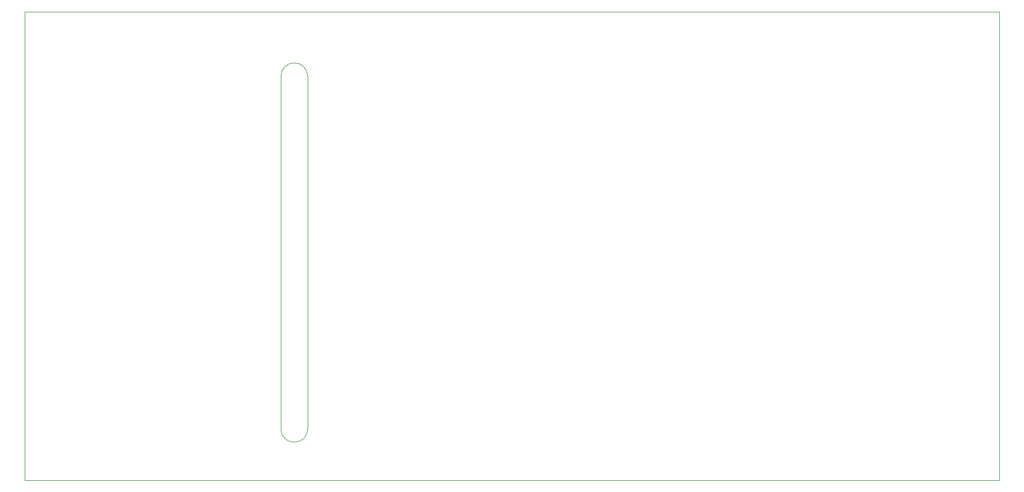
<source format=gbr>
G04 #@! TF.GenerationSoftware,KiCad,Pcbnew,(5.1.5)-3*
G04 #@! TF.CreationDate,2020-08-20T13:57:19+01:00*
G04 #@! TF.ProjectId,KOSMOPSU2,4b4f534d-4f50-4535-9532-2e6b69636164,rev?*
G04 #@! TF.SameCoordinates,Original*
G04 #@! TF.FileFunction,Profile,NP*
%FSLAX46Y46*%
G04 Gerber Fmt 4.6, Leading zero omitted, Abs format (unit mm)*
G04 Created by KiCad (PCBNEW (5.1.5)-3) date 2020-08-20 13:57:19*
%MOMM*%
%LPD*%
G04 APERTURE LIST*
%ADD10C,0.050000*%
G04 APERTURE END LIST*
D10*
X64790000Y-59850000D02*
G75*
G02X69009998Y-59830002I2109999J9999D01*
G01*
X69010000Y-59830000D02*
X69010000Y-115470000D01*
X69009999Y-115470001D02*
G75*
G02X64790001Y-115489999I-2109999J-9999D01*
G01*
X64790000Y-59850000D02*
X64790000Y-115490000D01*
X24370000Y-123580000D02*
X24370000Y-49680000D01*
X178070000Y-123580000D02*
X24370000Y-123580000D01*
X178070000Y-49680000D02*
X178070000Y-123580000D01*
X24370000Y-49680000D02*
X178070000Y-49680000D01*
M02*

</source>
